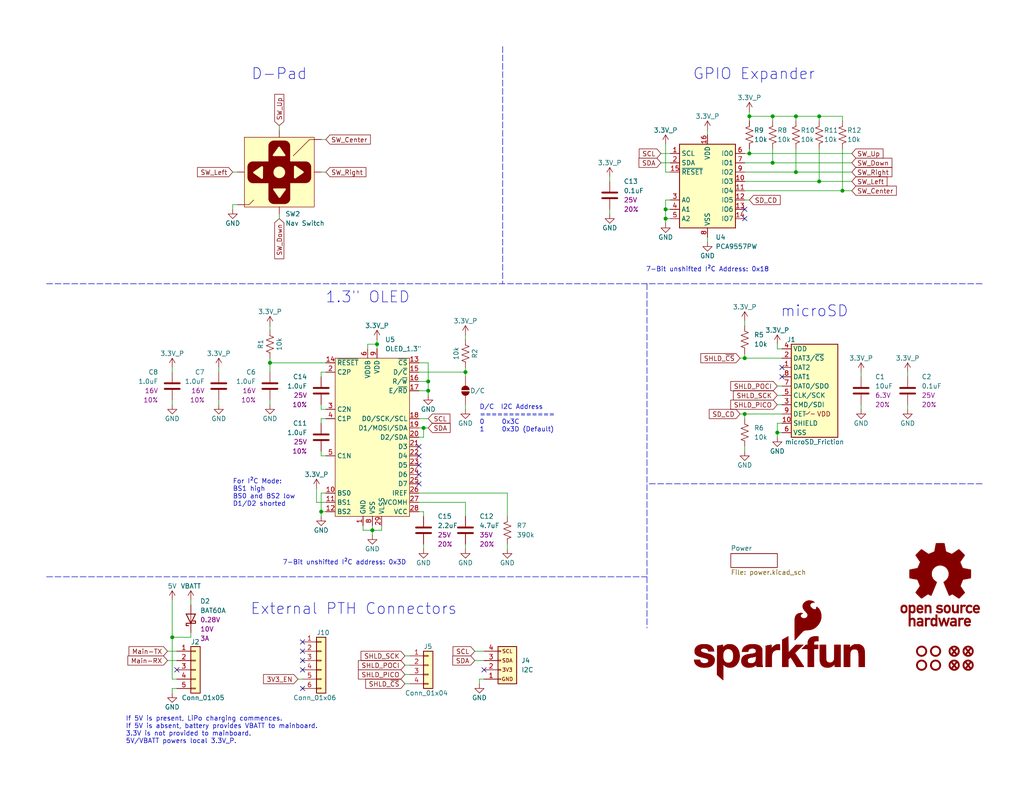
<source format=kicad_sch>
(kicad_sch (version 20231120) (generator "eeschema") (generator_version "8.0")
  (paper "USLetter")
  (title_block (title "RTK Postcard Portable Shield") (date "2024-09-19") (rev "v10") (comment 1 "Designed by: N. Seidle"))
  (junction (at 223.52 31.75))
  (junction (at 229.87 52.07))
  (junction (at 116.84 104.14))
  (junction (at 217.17 46.99))
  (junction (at 181.61 57.15))
  (junction (at 204.47 41.91))
  (junction (at 127 101.6))
  (junction (at 203.2 97.79))
  (junction (at 115.57 116.84))
  (junction (at 116.84 106.68))
  (junction (at 217.17 31.75))
  (junction (at 46.99 173.99))
  (junction (at 204.47 31.75))
  (junction (at 210.82 44.45))
  (junction (at 73.66 99.06))
  (junction (at 102.87 93.98))
  (junction (at 203.2 113.03))
  (junction (at 223.52 49.53))
  (junction (at 87.63 139.7))
  (junction (at 101.6 144.78))
  (junction (at 212.09 118.11))
  (junction (at 210.82 31.75))
  (junction (at 181.61 59.69))
  (no_connect (at 213.36 102.87))
  (no_connect (at 82.55 187.96))
  (no_connect (at 114.3 124.46))
  (no_connect (at 114.3 132.08))
  (no_connect (at 114.3 127))
  (no_connect (at 114.3 121.92))
  (no_connect (at 82.55 175.26))
  (no_connect (at 203.2 57.15))
  (no_connect (at 213.36 100.33))
  (no_connect (at 114.3 129.54))
  (no_connect (at 82.55 182.88))
  (no_connect (at 82.55 180.34))
  (no_connect (at 203.2 59.69))
  (no_connect (at 82.55 177.8))
  (no_connect (at 48.26 182.88))
  (no_connect (at 132.08 182.88))
  (wire (pts (xy 45.72 177.8) (xy 48.26 177.8)))
  (wire (pts (xy 138.43 148.59) (xy 138.43 149.86)) (stroke (width 0.1524)))
  (wire (pts (xy 212.09 95.25) (xy 212.09 93.98)))
  (wire (pts (xy 223.52 31.75) (xy 223.52 33.02)))
  (wire (pts (xy 203.2 87.63) (xy 203.2 88.9)) (stroke (width 0.1524)))
  (wire (pts (xy 127 100.33) (xy 127 101.6)) (stroke (width 0.1524)))
  (wire (pts (xy 101.6 144.78) (xy 101.6 146.05)))
  (wire (pts (xy 87.63 139.7) (xy 88.9 139.7)))
  (wire (pts (xy 223.52 49.53) (xy 203.2 49.53)))
  (wire (pts (xy 234.95 111.76) (xy 234.95 110.49)))
  (wire (pts (xy 247.65 102.87) (xy 247.65 101.6)))
  (wire (pts (xy 87.63 101.6) (xy 88.9 101.6)))
  (wire (pts (xy 217.17 46.99) (xy 203.2 46.99)))
  (wire (pts (xy 73.66 99.06) (xy 73.66 101.6)) (stroke (width 0.1524)))
  (wire (pts (xy 114.3 139.7) (xy 115.57 139.7)))
  (wire (pts (xy 182.88 46.99) (xy 181.61 46.99)))
  (wire (pts (xy 115.57 139.7) (xy 115.57 140.97)))
  (polyline (pts (xy 137.16 12.7) (xy 137.16 77.47)) (stroke (width 0) (type dash)))
  (wire (pts (xy 204.47 40.64) (xy 204.47 41.91)))
  (wire (pts (xy 180.34 41.91) (xy 182.88 41.91)))
  (wire (pts (xy 203.2 113.03) (xy 213.36 113.03)))
  (wire (pts (xy 232.41 49.53) (xy 223.52 49.53)))
  (wire (pts (xy 223.52 31.75) (xy 229.87 31.75)))
  (wire (pts (xy 210.82 31.75) (xy 210.82 33.02)))
  (wire (pts (xy 111.76 186.69) (xy 110.49 186.69)))
  (wire (pts (xy 88.9 134.62) (xy 87.63 134.62)))
  (wire (pts (xy 114.3 114.3) (xy 116.84 114.3)))
  (wire (pts (xy 104.14 143.51) (xy 104.14 144.78)))
  (wire (pts (xy 63.5 46.99) (xy 64.77 46.99)))
  (wire (pts (xy 212.09 118.11) (xy 212.09 119.38)))
  (wire (pts (xy 204.47 31.75) (xy 210.82 31.75)))
  (wire (pts (xy 232.41 52.07) (xy 229.87 52.07)))
  (wire (pts (xy 201.93 97.79) (xy 203.2 97.79)))
  (wire (pts (xy 76.2 59.69) (xy 76.2 58.42)))
  (wire (pts (xy 111.76 184.15) (xy 110.49 184.15)))
  (wire (pts (xy 212.09 105.41) (xy 213.36 105.41)))
  (wire (pts (xy 203.2 97.79) (xy 213.36 97.79)))
  (wire (pts (xy 52.07 173.99) (xy 46.99 173.99)))
  (wire (pts (xy 213.36 118.11) (xy 212.09 118.11)))
  (polyline (pts (xy 12.7 157.48) (xy 176.53 157.48)) (stroke (width 0) (type dash)))
  (wire (pts (xy 73.66 88.9) (xy 73.66 90.17)) (stroke (width 0.1524)))
  (wire (pts (xy 116.84 106.68) (xy 116.84 107.95)))
  (wire (pts (xy 212.09 110.49) (xy 213.36 110.49)))
  (wire (pts (xy 87.63 99.06) (xy 88.9 99.06)))
  (wire (pts (xy 181.61 59.69) (xy 182.88 59.69)))
  (wire (pts (xy 212.09 115.57) (xy 212.09 118.11)))
  (wire (pts (xy 201.93 113.03) (xy 203.2 113.03)))
  (wire (pts (xy 73.66 97.79) (xy 73.66 99.06)) (stroke (width 0.1524)))
  (wire (pts (xy 101.6 143.51) (xy 101.6 144.78)))
  (wire (pts (xy 111.76 181.61) (xy 110.49 181.61)))
  (wire (pts (xy 46.99 100.33) (xy 46.99 101.6)) (stroke (width 0.1524)))
  (wire (pts (xy 210.82 40.64) (xy 210.82 44.45)))
  (wire (pts (xy 48.26 187.96) (xy 46.99 187.96)))
  (wire (pts (xy 234.95 102.87) (xy 234.95 101.6)))
  (wire (pts (xy 212.09 107.95) (xy 213.36 107.95)))
  (polyline (pts (xy 12.7 77.47) (xy 176.53 77.47)) (stroke (width 0) (type dash)))
  (wire (pts (xy 88.9 46.99) (xy 87.63 46.99)))
  (wire (pts (xy 129.54 177.8) (xy 132.08 177.8)))
  (wire (pts (xy 132.08 185.42) (xy 130.81 185.42)))
  (wire (pts (xy 181.61 59.69) (xy 181.61 60.96)))
  (wire (pts (xy 73.66 99.06) (xy 87.63 99.06)) (stroke (width 0.1524)))
  (wire (pts (xy 102.87 95.25) (xy 102.87 93.98)))
  (wire (pts (xy 166.37 58.42) (xy 166.37 57.15)))
  (wire (pts (xy 116.84 104.14) (xy 116.84 106.68)))
  (wire (pts (xy 76.2 34.29) (xy 76.2 35.56)))
  (wire (pts (xy 213.36 115.57) (xy 212.09 115.57)))
  (wire (pts (xy 232.41 41.91) (xy 204.47 41.91)))
  (wire (pts (xy 114.3 99.06) (xy 116.84 99.06)))
  (wire (pts (xy 88.9 137.16) (xy 86.36 137.16)))
  (wire (pts (xy 87.63 111.76) (xy 88.9 111.76)))
  (wire (pts (xy 114.3 106.68) (xy 116.84 106.68)))
  (wire (pts (xy 115.57 149.86) (xy 115.57 148.59)) (stroke (width 0.1524)))
  (wire (pts (xy 127 137.16) (xy 127 140.97)))
  (wire (pts (xy 213.36 95.25) (xy 212.09 95.25)))
  (wire (pts (xy 127 91.44) (xy 127 92.71)) (stroke (width 0.1524)))
  (wire (pts (xy 129.54 180.34) (xy 132.08 180.34)))
  (wire (pts (xy 232.41 44.45) (xy 210.82 44.45)))
  (wire (pts (xy 48.26 185.42) (xy 46.99 185.42)))
  (wire (pts (xy 217.17 31.75) (xy 223.52 31.75)))
  (wire (pts (xy 114.3 101.6) (xy 125.73 101.6)))
  (wire (pts (xy 193.04 35.56) (xy 193.04 36.83)))
  (wire (pts (xy 63.5 55.88) (xy 63.5 57.15)))
  (wire (pts (xy 166.37 48.26) (xy 166.37 49.53)))
  (wire (pts (xy 203.2 113.03) (xy 203.2 114.3)))
  (wire (pts (xy 81.28 185.42) (xy 82.55 185.42)))
  (wire (pts (xy 116.84 99.06) (xy 116.84 104.14)))
  (wire (pts (xy 87.63 115.57) (xy 87.63 114.3)))
  (wire (pts (xy 229.87 33.02) (xy 229.87 31.75)))
  (wire (pts (xy 87.63 102.87) (xy 87.63 101.6)))
  (wire (pts (xy 181.61 54.61) (xy 181.61 57.15)))
  (wire (pts (xy 86.36 133.35) (xy 86.36 137.16)))
  (wire (pts (xy 229.87 40.64) (xy 229.87 52.07)))
  (wire (pts (xy 87.63 38.1) (xy 88.9 38.1)))
  (wire (pts (xy 217.17 40.64) (xy 217.17 46.99)))
  (wire (pts (xy 87.63 139.7) (xy 87.63 140.97)))
  (wire (pts (xy 204.47 41.91) (xy 203.2 41.91)))
  (wire (pts (xy 127 101.6) (xy 127 102.87)) (stroke (width 0.1524)))
  (wire (pts (xy 127 149.86) (xy 127 148.59)))
  (wire (pts (xy 138.43 134.62) (xy 138.43 140.97)))
  (wire (pts (xy 87.63 114.3) (xy 88.9 114.3)))
  (wire (pts (xy 181.61 46.99) (xy 181.61 39.37)))
  (wire (pts (xy 87.63 124.46) (xy 88.9 124.46)))
  (wire (pts (xy 52.07 163.83) (xy 52.07 165.1)))
  (wire (pts (xy 46.99 173.99) (xy 46.99 185.42)))
  (wire (pts (xy 100.33 93.98) (xy 102.87 93.98)))
  (wire (pts (xy 46.99 110.49) (xy 46.99 109.22)) (stroke (width 0.1524)))
  (wire (pts (xy 45.72 180.34) (xy 48.26 180.34)))
  (wire (pts (xy 100.33 93.98) (xy 100.33 95.25)))
  (wire (pts (xy 217.17 31.75) (xy 217.17 33.02)))
  (wire (pts (xy 102.87 92.71) (xy 102.87 93.98)))
  (wire (pts (xy 87.63 123.19) (xy 87.63 124.46)))
  (wire (pts (xy 46.99 163.83) (xy 46.99 173.99)))
  (wire (pts (xy 127 111.76) (xy 127 110.49)) (stroke (width 0.1524)))
  (wire (pts (xy 125.73 101.6) (xy 127 101.6)) (stroke (width 0.1524)))
  (wire (pts (xy 114.3 134.62) (xy 138.43 134.62)))
  (wire (pts (xy 203.2 96.52) (xy 203.2 97.79)))
  (wire (pts (xy 101.6 144.78) (xy 104.14 144.78)))
  (polyline (pts (xy 267.97 132.08) (xy 176.53 132.08)) (stroke (width 0) (type dash)))
  (wire (pts (xy 73.66 110.49) (xy 73.66 109.22)) (stroke (width 0.1524)))
  (wire (pts (xy 99.06 144.78) (xy 101.6 144.78)))
  (wire (pts (xy 204.47 54.61) (xy 203.2 54.61)))
  (wire (pts (xy 52.07 172.72) (xy 52.07 173.99)))
  (wire (pts (xy 87.63 110.49) (xy 87.63 111.76)))
  (wire (pts (xy 232.41 46.99) (xy 217.17 46.99)))
  (wire (pts (xy 229.87 52.07) (xy 203.2 52.07)))
  (polyline (pts (xy 267.97 77.47) (xy 176.53 77.47)) (stroke (width 0) (type dash)))
  (wire (pts (xy 115.57 116.84) (xy 116.84 116.84)))
  (wire (pts (xy 182.88 54.61) (xy 181.61 54.61)))
  (wire (pts (xy 181.61 57.15) (xy 181.61 59.69)))
  (wire (pts (xy 180.34 44.45) (xy 182.88 44.45)))
  (wire (pts (xy 114.3 104.14) (xy 116.84 104.14)))
  (polyline (pts (xy 176.53 77.47) (xy 176.53 171.45)) (stroke (width 0) (type dash)))
  (wire (pts (xy 46.99 187.96) (xy 46.99 189.23)))
  (wire (pts (xy 114.3 119.38) (xy 115.57 119.38)))
  (wire (pts (xy 111.76 179.07) (xy 110.49 179.07)))
  (wire (pts (xy 114.3 137.16) (xy 127 137.16)))
  (wire (pts (xy 99.06 143.51) (xy 99.06 144.78)))
  (wire (pts (xy 223.52 40.64) (xy 223.52 49.53)))
  (wire (pts (xy 87.63 134.62) (xy 87.63 139.7)))
  (wire (pts (xy 210.82 31.75) (xy 217.17 31.75)))
  (wire (pts (xy 193.04 66.04) (xy 193.04 64.77)))
  (wire (pts (xy 130.81 185.42) (xy 130.81 186.69)))
  (wire (pts (xy 204.47 31.75) (xy 204.47 33.02)))
  (wire (pts (xy 59.69 100.33) (xy 59.69 101.6)) (stroke (width 0.1524)))
  (wire (pts (xy 247.65 111.76) (xy 247.65 110.49)))
  (wire (pts (xy 59.69 110.49) (xy 59.69 109.22)) (stroke (width 0.1524)))
  (wire (pts (xy 204.47 30.48) (xy 204.47 31.75)))
  (wire (pts (xy 115.57 116.84) (xy 115.57 119.38)))
  (wire (pts (xy 181.61 57.15) (xy 182.88 57.15)))
  (wire (pts (xy 210.82 44.45) (xy 203.2 44.45)))
  (wire (pts (xy 114.3 116.84) (xy 115.57 116.84)))
  (wire (pts (xy 64.77 55.88) (xy 63.5 55.88)))
  (wire (pts (xy 203.2 121.92) (xy 203.2 123.19)))
  (text "1.3\" OLED" (at 100.33 81.28 0) (effects (font (size 3 3))))
  (text "If 5V is present, LiPo charging commences.\nIf 5V is absent, battery provides VBATT to mainboard.\n3.3V is not provided to mainboard.\n5V/VBATT powers local 3.3V_P.\n" (at 34.29 199.39 0) (effects (font (size 1.27 1.27)) (justify left)))
  (text "7-Bit unshifted I²C address: 0x3D" (at 93.98 153.67 0) (effects (font (size 1.27 1.27))))
  (text "For I²C Mode:\nBS1 high\nBS0 and BS2 low\nD1/D2 shorted" (at 63.5 134.62 0) (effects (font (size 1.27 1.27)) (justify left)))
  (text "D/C  I2C Address\n=============\n0     0x3C\n1     0x3D (Default)" (at 130.81 114.3 0) (effects (font (size 1.27 1.27)) (justify left)))
  (text "D-Pad" (at 76.2 20.32 0) (effects (font (size 3 3))))
  (text "GPIO Expander" (at 205.74 20.32 0) (effects (font (size 3 3))))
  (text "7-Bit unshifted I²C Address: 0x18" (at 193.04 73.66 0) (effects (font (size 1.27 1.27))))
  (text "microSD" (at 222.25 85.09 0) (effects (font (size 3 3))))
  (text "External PTH Connectors" (at 96.52 166.37 0) (effects (font (size 3 3))))
  (global_label "SCL" (shape input) (at 180.34 41.91 180) (property "Intersheetrefs" "${INTERSHEET_REFS}" (effects (hide yes))))
  (global_label "SDA" (shape input) (at 129.54 180.34 180) (property "Intersheetrefs" "${INTERSHEET_REFS}" (effects (hide yes))))
  (global_label "SW_Left" (shape input) (at 232.41 49.53 0) (property "Intersheetrefs" "${INTERSHEET_REFS}" (effects (hide yes))))
  (global_label "SDA" (shape input) (at 180.34 44.45 180) (property "Intersheetrefs" "${INTERSHEET_REFS}" (effects (hide yes))))
  (global_label "Main-RX" (shape input) (at 45.72 180.34 180) (property "Intersheetrefs" "${INTERSHEET_REFS}" (effects (hide yes))))
  (global_label "SCL" (shape input) (at 116.84 114.3 0) (property "Intersheetrefs" "${INTERSHEET_REFS}" (effects (hide yes))))
  (global_label "SHLD_POCI" (shape input) (at 110.49 181.61 180) (property "Intersheetrefs" "${INTERSHEET_REFS}" (effects (hide yes))))
  (global_label "SHLD_SCK" (shape input) (at 110.49 179.07 180) (property "Intersheetrefs" "${INTERSHEET_REFS}" (effects (hide yes))))
  (global_label "SHLD_PICO" (shape input) (at 212.09 110.49 180) (property "Intersheetrefs" "${INTERSHEET_REFS}" (effects (hide yes))))
  (global_label "SHLD_SCK" (shape input) (at 212.09 107.95 180) (property "Intersheetrefs" "${INTERSHEET_REFS}" (effects (hide yes))))
  (global_label "SW_Right" (shape input) (at 232.41 46.99 0) (property "Intersheetrefs" "${INTERSHEET_REFS}" (effects (hide yes))))
  (global_label "Main-TX" (shape input) (at 45.72 177.8 180) (property "Intersheetrefs" "${INTERSHEET_REFS}" (effects (hide yes))))
  (global_label "SW_Right" (shape input) (at 88.9 46.99 0) (property "Intersheetrefs" "${INTERSHEET_REFS}" (effects (hide yes))))
  (global_label "SHLD_~{CS}" (shape input) (at 110.49 186.69 180) (property "Intersheetrefs" "${INTERSHEET_REFS}" (effects (hide yes))))
  (global_label "3V3_EN" (shape input) (at 81.28 185.42 180) (property "Intersheetrefs" "${INTERSHEET_REFS}" (effects (hide yes))))
  (global_label "SDA" (shape input) (at 116.84 116.84 0) (property "Intersheetrefs" "${INTERSHEET_REFS}" (effects (hide yes))))
  (global_label "SW_Up" (shape input) (at 232.41 41.91 0) (property "Intersheetrefs" "${INTERSHEET_REFS}" (effects (hide yes))))
  (global_label "SW_Center" (shape input) (at 232.41 52.07 0) (property "Intersheetrefs" "${INTERSHEET_REFS}" (effects (hide yes))))
  (global_label "SHLD_PICO" (shape input) (at 110.49 184.15 180) (property "Intersheetrefs" "${INTERSHEET_REFS}" (effects (hide yes))))
  (global_label "SW_Down" (shape input) (at 76.2 59.69 270) (property "Intersheetrefs" "${INTERSHEET_REFS}" (effects (hide yes))))
  (global_label "SW_Center" (shape input) (at 88.9 38.1 0) (property "Intersheetrefs" "${INTERSHEET_REFS}" (effects (hide yes))))
  (global_label "SD_CD" (shape input) (at 201.93 113.03 180) (property "Intersheetrefs" "${INTERSHEET_REFS}" (effects (hide yes))))
  (global_label "SHLD_~{CS}" (shape input) (at 201.93 97.79 180) (property "Intersheetrefs" "${INTERSHEET_REFS}" (effects (hide yes))))
  (global_label "SW_Left" (shape input) (at 63.5 46.99 180) (property "Intersheetrefs" "${INTERSHEET_REFS}" (effects (hide yes))))
  (global_label "SCL" (shape input) (at 129.54 177.8 180) (property "Intersheetrefs" "${INTERSHEET_REFS}" (effects (hide yes))))
  (global_label "SW_Up" (shape input) (at 76.2 34.29 90) (property "Intersheetrefs" "${INTERSHEET_REFS}" (effects (hide yes))))
  (global_label "SW_Down" (shape input) (at 232.41 44.45 0) (property "Intersheetrefs" "${INTERSHEET_REFS}" (effects (hide yes))))
  (global_label "SD_CD" (shape input) (at 204.47 54.61 0) (property "Intersheetrefs" "${INTERSHEET_REFS}" (effects (hide yes))))
  (global_label "SHLD_POCI" (shape input) (at 212.09 105.41 180) (property "Intersheetrefs" "${INTERSHEET_REFS}" (effects (hide yes))))
  (symbol (lib_id "SparkFun-Hardware:Standoff") (at 251.46 181.61 0) (unit 1)
    (property "Reference" "ST4" (effects (hide yes)))
    (property "Value" "Standoff" (effects (hide yes)))
    (property "Footprint" "SparkFun-Hardware:Standoff" (effects (hide yes)))
    (property "Description" "Drill holes for mechanically mounting via screws, standoffs, etc." (effects (hide yes)))
  )
  (symbol (lib_id "SparkFun-PowerSymbol:3.3V_P") (at 193.04 35.56 0) (unit 1)
    (property "Reference" "#PWR02" (effects (hide yes)))
    (property "Value" "3.3V_P" (at 193.04 31.75 0))
    (property "Description" "Power symbol creates a global label with name \"3.3V_P\"" (effects (hide yes)))
  )
  (symbol (lib_id "SparkFun-PowerSymbol:3.3V_P") (at 204.47 30.48 0) (unit 1)
    (property "Reference" "#PWR01" (effects (hide yes)))
    (property "Value" "3.3V_P" (at 204.47 26.67 0))
    (property "Description" "Power symbol creates a global label with name \"3.3V_P\"" (effects (hide yes)))
  )
  (symbol (lib_id "SparkFun-Connector:Conn_01x05") (at 53.34 182.88 0) (unit 1)
    (property "Reference" "J2" (at 52.07 175.26 0) (effects (justify left)))
    (property "Value" "Conn_01x05" (at 49.53 190.5 0) (effects (justify left)))
    (property "Footprint" "SparkFun-Connector:1x05" (effects (hide yes)))
    (property "Description" "Generic connector, single row, 01x05, script generated (kicad-library-utils/schlib/autogen/connector/)" (effects (hide yes)))
  )
  (symbol (lib_id "SparkFun-PowerSymbol:3.3V_P") (at 181.61 39.37 0) (unit 1)
    (property "Reference" "#PWR04" (effects (hide yes)))
    (property "Value" "3.3V_P" (at 181.61 35.56 0))
    (property "Description" "Power symbol creates a global label with name \"3.3V_P\"" (effects (hide yes)))
  )
  (symbol (lib_id "SparkFun-PowerSymbol:3.3V_P") (at 247.65 101.6 0) (unit 1)
    (property "Reference" "#PWR019" (effects (hide yes)))
    (property "Value" "3.3V_P" (at 247.65 97.79 0))
    (property "Description" "Power symbol creates a global label with name \"3.3V_P\"" (effects (hide yes)))
  )
  (symbol (lib_id "SparkFun-Connector:I2C_01x04") (at 137.16 180.34 0) (unit 1)
    (property "Reference" "J4" (at 142.24 180.3399 0) (effects (justify left)))
    (property "Value" "I2C" (at 142.24 182.8799 0) (effects (justify left)))
    (property "Footprint" "SparkFun-Connector:1x04" (effects (hide yes)))
    (property "Description" "Coomon 4 pin PTH connector for I2C" (effects (hide yes)))
  )
  (symbol (lib_id "SparkFun-Resistor:10k_0603") (at 203.2 92.71 90) (unit 1)
    (property "Reference" "R5" (at 205.74 91.4399 90) (effects (justify right)))
    (property "Value" "10k" (at 205.74 93.9799 90) (effects (justify right)))
    (property "Footprint" "SparkFun-Resistor:R_0603_1608Metric" (effects (hide yes)))
    (property "Datasheet" "https://www.vishay.com/docs/20035/dcrcwe3.pdf" (effects (hide yes)))
    (property "Description" "Resistor" (effects (hide yes)))
    (property "PROD_ID" "RES-00824" (effects (hide yes)))
  )
  (symbol (lib_id "SparkFun-PowerSymbol:GND") (at 59.69 110.49 0) (mirror y) (unit 1)
    (property "Reference" "#PWR035" (effects (hide yes)))
    (property "Value" "GND" (at 59.69 114.3 0))
    (property "Description" "Power symbol creates a global label with name \"GND\" , ground" (effects (hide yes)))
  )
  (symbol (lib_id "SparkFun-Capacitor:1.0uF_0805_25V_10%") (at 87.63 106.68 0) (mirror y) (unit 1)
    (property "Reference" "C14" (at 83.82 102.8699 0) (effects (justify left)))
    (property "Value" "1.0uF" (at 83.82 105.4099 0) (effects (justify left)))
    (property "Footprint" "SparkFun-Capacitor:C_0805_2012Metric" (effects (hide yes)))
    (property "Datasheet" "https://cdn.sparkfun.com/assets/8/a/4/a/5/Kemet_Capacitor_Datasheet.pdf" (effects (hide yes)))
    (property "Description" "Unpolarized capacitor" (effects (hide yes)))
    (property "PROD_ID" "CAP-08064" (effects (hide yes)))
    (property "Voltage" "25V" (at 83.82 107.9499 0) (effects (justify left)))
    (property "Tolerance" "10%" (at 83.82 110.4899 0) (effects (justify left)))
  )
  (symbol (lib_id "SparkFun-PowerSymbol:GND") (at 116.84 107.95 0) (mirror y) (unit 1)
    (property "Reference" "#PWR038" (effects (hide yes)))
    (property "Value" "GND" (at 116.84 111.76 0))
    (property "Description" "Power symbol creates a global label with name \"GND\" , ground" (effects (hide yes)))
  )
  (symbol (lib_id "SparkFun-Connector:Conn_01x04") (at 116.84 181.61 0) (unit 1)
    (property "Reference" "J5" (at 115.57 176.53 0) (effects (justify left)))
    (property "Value" "Conn_01x04" (at 110.49 189.23 0) (effects (justify left)))
    (property "Footprint" "SparkFun-Connector:1x04" (effects (hide yes)))
    (property "Description" "Generic connector, single row, 01x04, script generated (kicad-library-utils/schlib/autogen/connector/)" (effects (hide yes)))
  )
  (symbol (lib_id "SparkFun-Aesthetic:SparkFun_Logo") (at 212.09 179.07 0) (unit 1) (on_board no)
    (property "Reference" "G5" (effects (hide yes)))
    (property "Value" "SparkFun_Logo" (effects (hide yes)))
    (property "Footprint" "SparkFun-Aesthetic:SparkFun_Logo_8mm" (effects (hide yes)))
  )
  (symbol (lib_id "SparkFun-PowerSymbol:GND") (at 127 111.76 0) (mirror y) (unit 1)
    (property "Reference" "#PWR033" (effects (hide yes)))
    (property "Value" "GND" (at 127 115.57 0))
    (property "Description" "Power symbol creates a global label with name \"GND\" , ground" (effects (hide yes)))
  )
  (symbol (lib_id "SparkFun-Resistor:390k_0603") (at 138.43 144.78 270) (mirror x) (unit 1)
    (property "Reference" "R7" (at 140.97 143.5099 90) (effects (justify left)))
    (property "Value" "390k" (at 140.97 146.0499 90) (effects (justify left)))
    (property "Footprint" "SparkFun-Resistor:R_0603_1608Metric" (effects (hide yes)))
    (property "Datasheet" "https://www.vishay.com/docs/20035/dcrcwe3.pdf" (effects (hide yes)))
    (property "Description" "Resistor" (effects (hide yes)))
    (property "PROD_ID" "RES-12024" (effects (hide yes)))
  )
  (symbol (lib_id "SparkFun-Capacitor:1.0uF_0603_16V_10%") (at 59.69 105.41 0) (mirror y) (unit 1)
    (property "Reference" "C7" (at 55.88 101.5999 0) (effects (justify left)))
    (property "Value" "1.0uF" (at 55.88 104.1399 0) (effects (justify left)))
    (property "Footprint" "SparkFun-Capacitor:C_0603_1608Metric" (effects (hide yes)))
    (property "Datasheet" "https://cdn.sparkfun.com/assets/8/a/4/a/5/Kemet_Capacitor_Datasheet.pdf" (effects (hide yes)))
    (property "Description" "Unpolarized capacitor" (effects (hide yes)))
    (property "PROD_ID" "CAP-13930" (effects (hide yes)))
    (property "Voltage" "16V" (at 55.88 106.6799 0) (effects (justify left)))
    (property "Tolerance" "10%" (at 55.88 109.2199 0) (effects (justify left)))
  )
  (symbol (lib_id "SparkFun-Resistor:10k_0603") (at 203.2 118.11 90) (unit 1)
    (property "Reference" "R6" (at 205.74 116.8399 90) (effects (justify right)))
    (property "Value" "10k" (at 205.74 119.3799 90) (effects (justify right)))
    (property "Footprint" "SparkFun-Resistor:R_0603_1608Metric" (effects (hide yes)))
    (property "Datasheet" "https://www.vishay.com/docs/20035/dcrcwe3.pdf" (effects (hide yes)))
    (property "Description" "Resistor" (effects (hide yes)))
    (property "PROD_ID" "RES-00824" (effects (hide yes)))
  )
  (symbol (lib_id "SparkFun-Aesthetic:Fiducial_0.5mm") (at 264.16 177.8 0) (unit 1)
    (property "Reference" "FID1" (effects (hide yes)))
    (property "Value" "Fiducial_0.5mm" (effects (hide yes)))
    (property "Footprint" "SparkFun-Aesthetic:Fiducial_0.5mm_Mask1mm" (effects (hide yes)))
    (property "Description" "Fiducial Marker" (effects (hide yes)))
  )
  (symbol (lib_id "SparkFun-PowerSymbol:GND") (at 130.81 186.69 0) (unit 1)
    (property "Reference" "#PWR08" (effects (hide yes)))
    (property "Value" "GND" (at 130.81 190.5 0))
    (property "Description" "Power symbol creates a global label with name \"GND\" , ground" (effects (hide yes)))
  )
  (symbol (lib_id "SparkFun-PowerSymbol:3.3V_P") (at 46.99 100.33 0) (unit 1)
    (property "Reference" "#PWR066" (effects (hide yes)))
    (property "Value" "3.3V_P" (at 46.99 96.52 0))
    (property "Description" "Power symbol creates a global label with name \"3.3V_P\"" (effects (hide yes)))
  )
  (symbol (lib_id "SparkFun-Jumper:SolderJumper_2_Open") (at 127 106.68 270) (mirror x) (unit 1)
    (property "Reference" "JP2" (effects (hide yes)))
    (property "Value" "D/C" (at 128.27 106.68 90) (effects (justify left)))
    (property "Footprint" "SparkFun-Jumper:Jumper_2_NO" (effects (hide yes)))
    (property "Description" "Solder Jumper, 2-pole, open" (effects (hide yes)))
  )
  (symbol (lib_id "SparkFun-Aesthetic:Fiducial_0.5mm") (at 264.16 181.61 0) (unit 1)
    (property "Reference" "FID4" (effects (hide yes)))
    (property "Value" "Fiducial_0.5mm" (effects (hide yes)))
    (property "Footprint" "SparkFun-Aesthetic:Fiducial_0.5mm_Mask1mm" (effects (hide yes)))
    (property "Description" "Fiducial Marker" (effects (hide yes)))
  )
  (symbol (lib_id "SparkFun-Capacitor:0.1uF_0603_25V_20%") (at 247.65 106.68 0) (unit 1)
    (property "Reference" "C2" (at 251.46 102.8699 0) (effects (justify left)))
    (property "Value" "0.1uF" (at 251.46 105.4099 0) (effects (justify left)))
    (property "Footprint" "SparkFun-Capacitor:C_0603_1608Metric" (effects (hide yes)))
    (property "Datasheet" "https://cdn.sparkfun.com/assets/8/a/4/a/5/Kemet_Capacitor_Datasheet.pdf" (effects (hide yes)))
    (property "Description" "Unpolarized capacitor" (effects (hide yes)))
    (property "PROD_ID" "CAP-00810" (effects (hide yes)))
    (property "Voltage" "25V" (at 251.46 107.9499 0) (effects (justify left)))
    (property "Tolerance" "20%" (at 251.46 110.4899 0) (effects (justify left)))
  )
  (symbol (lib_id "SparkFun-Connector:microSD_Friction") (at 222.25 107.95 0) (unit 1)
    (property "Reference" "J1" (at 215.9 92.71 0))
    (property "Value" "microSD_Friction" (at 222.25 120.65 0))
    (property "Footprint" "SparkFun-Connector:microSD_Friction_Fit_Common" (effects (hide yes)))
    (property "Datasheet" "https://tools.molex.com/pdm_docs/sd/1050270001_sd.pdf" (effects (hide yes)))
    (property "Description" "Micro SD socket External Pin" (effects (hide yes)))
    (property "PROD_ID" "CONN-20948" (effects (hide yes)))
  )
  (symbol (lib_id "SparkFun-PowerSymbol:GND") (at 138.43 149.86 0) (mirror y) (unit 1)
    (property "Reference" "#PWR054" (effects (hide yes)))
    (property "Value" "GND" (at 138.43 153.67 0))
    (property "Description" "Power symbol creates a global label with name \"GND\" , ground" (effects (hide yes)))
  )
  (symbol (lib_id "SparkFun-Switch:Navigation_5Way_SMD_9.9x9.9mm") (at 76.2 46.99 0) (unit 1)
    (property "Reference" "SW2" (at 77.8511 58.42 0) (effects (justify left)))
    (property "Value" "Nav Switch" (at 77.8511 60.96 0) (effects (justify left)))
    (property "Footprint" "SparkFun-Switch:Navigation_SMD_9.9x9.9mm" (effects (hide yes)))
    (property "Datasheet" "https://cdn.sparkfun.com/datasheets/Components/Switches/N301102.pdf" (effects (hide yes)))
    (property "Description" "Directional Pad" (effects (hide yes)))
    (property "PROD_ID" "SWCH-12265" (effects (hide yes)))
  )
  (symbol (lib_id "SparkFun-PowerSymbol:GND") (at 212.09 119.38 0) (unit 1)
    (property "Reference" "#PWR03" (effects (hide yes)))
    (property "Value" "GND" (at 212.09 123.19 0))
    (property "Description" "Power symbol creates a global label with name \"GND\" , ground" (effects (hide yes)))
  )
  (symbol (lib_id "power:GND") (at 166.37 58.42 0) (unit 1)
    (property "Reference" "#PWR029" (effects (hide yes)))
    (property "Value" "GND" (at 166.37 62.23 0))
    (property "Description" "Power symbol creates a global label with name \"GND\" , ground" (effects (hide yes)))
  )
  (symbol (lib_id "SparkFun-PowerSymbol:3.3V_P") (at 127 91.44 0) (unit 1)
    (property "Reference" "#PWR046" (effects (hide yes)))
    (property "Value" "3.3V_P" (at 127 87.63 0))
    (property "Description" "Power symbol creates a global label with name \"3.3V_P\"" (effects (hide yes)))
  )
  (symbol (lib_id "SparkFun-Hardware:Standoff") (at 255.27 181.61 0) (unit 1)
    (property "Reference" "ST2" (effects (hide yes)))
    (property "Value" "Standoff" (effects (hide yes)))
    (property "Footprint" "SparkFun-Hardware:Standoff" (effects (hide yes)))
    (property "Description" "Drill holes for mechanically mounting via screws, standoffs, etc." (effects (hide yes)))
  )
  (symbol (lib_id "SparkFun-PowerSymbol:GND") (at 127 149.86 0) (mirror y) (unit 1)
    (property "Reference" "#PWR055" (effects (hide yes)))
    (property "Value" "GND" (at 127 153.67 0))
    (property "Description" "Power symbol creates a global label with name \"GND\" , ground" (effects (hide yes)))
  )
  (symbol (lib_id "SparkFun-PowerSymbol:GND") (at 115.57 149.86 0) (mirror y) (unit 1)
    (property "Reference" "#PWR056" (effects (hide yes)))
    (property "Value" "GND" (at 115.57 153.67 0))
    (property "Description" "Power symbol creates a global label with name \"GND\" , ground" (effects (hide yes)))
  )
  (symbol (lib_id "SparkFun-PowerSymbol:3.3V_P") (at 73.66 88.9 0) (unit 1)
    (property "Reference" "#PWR048" (effects (hide yes)))
    (property "Value" "3.3V_P" (at 73.66 85.09 0))
    (property "Description" "Power symbol creates a global label with name \"3.3V_P\"" (effects (hide yes)))
  )
  (symbol (lib_id "SparkFun-Aesthetic:OSHW_Logo") (at 256.54 163.83 0) (unit 1) (in_bom no)
    (property "Reference" "G1" (effects (hide yes)))
    (property "Value" "OSHW_Logo" (effects (hide yes)))
    (property "Footprint" "SparkFun-Aesthetic:Creative_Commons_License" (effects (hide yes)))
  )
  (symbol (lib_id "SparkFun-Hardware:Standoff") (at 251.46 177.8 0) (unit 1)
    (property "Reference" "ST3" (effects (hide yes)))
    (property "Value" "Standoff" (effects (hide yes)))
    (property "Footprint" "SparkFun-Hardware:Standoff" (effects (hide yes)))
    (property "Description" "Drill holes for mechanically mounting via screws, standoffs, etc." (effects (hide yes)))
  )
  (symbol (lib_id "SparkFun-PowerSymbol:3.3V_P") (at 59.69 100.33 0) (unit 1)
    (property "Reference" "#PWR065" (effects (hide yes)))
    (property "Value" "3.3V_P" (at 59.69 96.52 0))
    (property "Description" "Power symbol creates a global label with name \"3.3V_P\"" (effects (hide yes)))
  )
  (symbol (lib_id "SparkFun-PowerSymbol:5V") (at 46.99 163.83 0) (unit 1)
    (property "Reference" "#PWR064" (effects (hide yes)))
    (property "Value" "5V" (at 46.99 160.02 0))
    (property "Description" "Power symbol creates a global label with name \"5V\"" (effects (hide yes)))
  )
  (symbol (lib_id "SparkFun-Capacitor:1.0uF_0805_25V_10%") (at 87.63 119.38 0) (mirror y) (unit 1)
    (property "Reference" "C11" (at 83.82 115.5699 0) (effects (justify left)))
    (property "Value" "1.0uF" (at 83.82 118.1099 0) (effects (justify left)))
    (property "Footprint" "SparkFun-Capacitor:C_0805_2012Metric" (effects (hide yes)))
    (property "Datasheet" "https://cdn.sparkfun.com/assets/8/a/4/a/5/Kemet_Capacitor_Datasheet.pdf" (effects (hide yes)))
    (property "Description" "Unpolarized capacitor" (effects (hide yes)))
    (property "PROD_ID" "CAP-08064" (effects (hide yes)))
    (property "Voltage" "25V" (at 83.82 120.6499 0) (effects (justify left)))
    (property "Tolerance" "10%" (at 83.82 123.1899 0) (effects (justify left)))
  )
  (symbol (lib_id "SparkFun-Capacitor:0.1uF_0603_25V_20%") (at 166.37 53.34 0) (unit 1)
    (property "Reference" "C13" (at 170.18 49.5299 0) (effects (justify left)))
    (property "Value" "0.1uF" (at 170.18 52.0699 0) (effects (justify left)))
    (property "Footprint" "SparkFun-Capacitor:C_0603_1608Metric" (effects (hide yes)))
    (property "Datasheet" "https://cdn.sparkfun.com/assets/8/a/4/a/5/Kemet_Capacitor_Datasheet.pdf" (effects (hide yes)))
    (property "Description" "Unpolarized capacitor" (effects (hide yes)))
    (property "PROD_ID" "CAP-00810" (effects (hide yes)))
    (property "Voltage" "25V" (at 170.18 54.6099 0) (effects (justify left)))
    (property "Tolerance" "20%" (at 170.18 57.1499 0) (effects (justify left)))
  )
  (symbol (lib_id "SparkFun-PowerSymbol:VBATT") (at 52.07 163.83 0) (unit 1)
    (property "Reference" "#PWR09" (effects (hide yes)))
    (property "Value" "VBATT" (at 52.07 160.02 0))
    (property "Description" "Power symbol creates a global label with name \"VBATT\"" (effects (hide yes)))
  )
  (symbol (lib_id "SparkFun-Resistor:10k_0603") (at 210.82 36.83 90) (mirror x) (unit 1)
    (property "Reference" "R8" (at 212.09 35.56 90) (effects (justify right)))
    (property "Value" "10k" (at 212.09 38.1 90) (effects (justify right)))
    (property "Footprint" "SparkFun-Resistor:R_0603_1608Metric" (effects (hide yes)))
    (property "Datasheet" "https://www.vishay.com/docs/20035/dcrcwe3.pdf" (effects (hide yes)))
    (property "Description" "Resistor" (effects (hide yes)))
    (property "PROD_ID" "RES-00824" (effects (hide yes)))
  )
  (symbol (lib_id "SparkFun-Hardware:Standoff") (at 255.27 177.8 0) (unit 1)
    (property "Reference" "ST1" (effects (hide yes)))
    (property "Value" "Standoff" (effects (hide yes)))
    (property "Footprint" "SparkFun-Hardware:Standoff" (effects (hide yes)))
    (property "Description" "Drill holes for mechanically mounting via screws, standoffs, etc." (effects (hide yes)))
  )
  (symbol (lib_id "SparkFun-PowerSymbol:GND") (at 193.04 66.04 0) (unit 1)
    (property "Reference" "#PWR045" (effects (hide yes)))
    (property "Value" "GND" (at 193.04 69.85 0))
    (property "Description" "Power symbol creates a global label with name \"GND\" , ground" (effects (hide yes)))
  )
  (symbol (lib_id "SparkFun-Capacitor:10uF_0603_6.3V_20%") (at 234.95 106.68 0) (unit 1)
    (property "Reference" "C1" (at 238.76 102.8699 0) (effects (justify left)))
    (property "Value" "10uF" (at 238.76 105.4099 0) (effects (justify left)))
    (property "Footprint" "SparkFun-Capacitor:C_0603_1608Metric" (effects (hide yes)))
    (property "Datasheet" "https://cdn.sparkfun.com/assets/8/a/4/a/5/Kemet_Capacitor_Datasheet.pdf" (effects (hide yes)))
    (property "Description" "Unpolarized capacitor" (effects (hide yes)))
    (property "PROD_ID" "CAP-11015" (effects (hide yes)))
    (property "Voltage" "6.3V" (at 238.76 107.9499 0) (effects (justify left)))
    (property "Tolerance" "20%" (at 238.76 110.4899 0) (effects (justify left)))
  )
  (symbol (lib_id "SparkFun-PowerSymbol:GND") (at 46.99 189.23 0) (unit 1)
    (property "Reference" "#PWR032" (effects (hide yes)))
    (property "Value" "GND" (at 46.99 193.04 0))
    (property "Description" "Power symbol creates a global label with name \"GND\" , ground" (effects (hide yes)))
  )
  (symbol (lib_id "SparkFun-Resistor:10k_0603") (at 127 96.52 90) (unit 1)
    (property "Reference" "R2" (at 129.54 96.52 0))
    (property "Value" "10k" (at 124.46 96.52 0))
    (property "Footprint" "SparkFun-Resistor:R_0603_1608Metric" (effects (hide yes)))
    (property "Datasheet" "https://www.vishay.com/docs/20035/dcrcwe3.pdf" (effects (hide yes)))
    (property "Description" "Resistor" (effects (hide yes)))
    (property "PROD_ID" "RES-00824" (effects (hide yes)))
  )
  (symbol (lib_id "SparkFun-Capacitor:1.0uF_0603_16V_10%") (at 73.66 105.41 0) (unit 1)
    (property "Reference" "C6" (at 69.85 101.5999 0) (effects (justify right)))
    (property "Value" "1.0uF" (at 69.85 104.1399 0) (effects (justify right)))
    (property "Footprint" "SparkFun-Capacitor:C_0603_1608Metric" (effects (hide yes)))
    (property "Datasheet" "https://cdn.sparkfun.com/assets/8/a/4/a/5/Kemet_Capacitor_Datasheet.pdf" (effects (hide yes)))
    (property "Description" "Unpolarized capacitor" (effects (hide yes)))
    (property "PROD_ID" "CAP-13930" (effects (hide yes)))
    (property "Voltage" "16V" (at 69.85 106.6799 0) (effects (justify right)))
    (property "Tolerance" "10%" (at 69.85 109.2199 0) (effects (justify right)))
  )
  (symbol (lib_id "SparkFun-PowerSymbol:3.3V_P") (at 212.09 93.98 0) (unit 1)
    (property "Reference" "#PWR022" (effects (hide yes)))
    (property "Value" "3.3V_P" (at 212.09 90.17 0))
    (property "Description" "Power symbol creates a global label with name \"3.3V_P\"" (effects (hide yes)))
  )
  (symbol (lib_id "SparkFun-PowerSymbol:3.3V_P") (at 203.2 87.63 0) (unit 1)
    (property "Reference" "#PWR060" (effects (hide yes)))
    (property "Value" "3.3V_P" (at 203.2 83.82 0))
    (property "Description" "Power symbol creates a global label with name \"3.3V_P\"" (effects (hide yes)))
  )
  (symbol (lib_id "SparkFun-PowerSymbol:GND") (at 46.99 110.49 0) (mirror y) (unit 1)
    (property "Reference" "#PWR037" (effects (hide yes)))
    (property "Value" "GND" (at 46.99 114.3 0))
    (property "Description" "Power symbol creates a global label with name \"GND\" , ground" (effects (hide yes)))
  )
  (symbol (lib_id "SparkFun-Resistor:10k_0603") (at 204.47 36.83 90) (mirror x) (unit 1)
    (property "Reference" "R9" (at 205.74 35.56 90) (effects (justify right)))
    (property "Value" "10k" (at 205.74 38.1 90) (effects (justify right)))
    (property "Footprint" "SparkFun-Resistor:R_0603_1608Metric" (effects (hide yes)))
    (property "Datasheet" "https://www.vishay.com/docs/20035/dcrcwe3.pdf" (effects (hide yes)))
    (property "Description" "Resistor" (effects (hide yes)))
    (property "PROD_ID" "RES-00824" (effects (hide yes)))
  )
  (symbol (lib_id "SparkFun-Connector:Conn_01x06") (at 87.63 180.34 0) (unit 1)
    (property "Reference" "J10" (at 86.36 172.72 0) (effects (justify left)))
    (property "Value" "Conn_01x06" (at 80.01 190.5 0) (effects (justify left)))
    (property "Footprint" "SparkFun-Connector:1x06" (effects (hide yes)))
    (property "Description" "Generic connector, single row, 01x06, script generated (kicad-library-utils/schlib/autogen/connector/)" (effects (hide yes)))
  )
  (symbol (lib_id "SparkFun-Resistor:10k_0603") (at 217.17 36.83 90) (mirror x) (unit 1)
    (property "Reference" "R10" (at 218.44 35.56 90) (effects (justify right)))
    (property "Value" "10k" (at 218.44 38.1 90) (effects (justify right)))
    (property "Footprint" "SparkFun-Resistor:R_0603_1608Metric" (effects (hide yes)))
    (property "Datasheet" "https://www.vishay.com/docs/20035/dcrcwe3.pdf" (effects (hide yes)))
    (property "Description" "Resistor" (effects (hide yes)))
    (property "PROD_ID" "RES-00824" (effects (hide yes)))
  )
  (symbol (lib_id "SparkFun-Resistor:10k_0603") (at 229.87 36.83 90) (mirror x) (unit 1)
    (property "Reference" "R12" (at 231.14 35.56 90) (effects (justify right)))
    (property "Value" "10k" (at 231.14 38.1 90) (effects (justify right)))
    (property "Footprint" "SparkFun-Resistor:R_0603_1608Metric" (effects (hide yes)))
    (property "Datasheet" "https://www.vishay.com/docs/20035/dcrcwe3.pdf" (effects (hide yes)))
    (property "Description" "Resistor" (effects (hide yes)))
    (property "PROD_ID" "RES-00824" (effects (hide yes)))
  )
  (symbol (lib_id "SparkFun-PowerSymbol:3.3V_P") (at 166.37 48.26 0) (unit 1)
    (property "Reference" "#PWR039" (effects (hide yes)))
    (property "Value" "3.3V_P" (at 166.37 44.45 0))
    (property "Description" "Power symbol creates a global label with name \"3.3V_P\"" (effects (hide yes)))
  )
  (symbol (lib_id "SparkFun-Aesthetic:SparkFun_Logo") (at 212.09 179.07 0) (unit 1) (on_board no)
    (property "Reference" "G3" (effects (hide yes)))
    (property "Value" "SparkFun_Logo" (effects (hide yes)))
  )
  (symbol (lib_id "SparkFun-Aesthetic:Fiducial_0.5mm") (at 260.35 177.8 0) (unit 1)
    (property "Reference" "FID2" (effects (hide yes)))
    (property "Value" "Fiducial_0.5mm" (effects (hide yes)))
    (property "Footprint" "SparkFun-Aesthetic:Fiducial_0.5mm_Mask1mm" (effects (hide yes)))
    (property "Description" "Fiducial Marker" (effects (hide yes)))
  )
  (symbol (lib_id "SparkFun-PowerSymbol:GND") (at 87.63 140.97 0) (unit 1)
    (property "Reference" "#PWR051" (effects (hide yes)))
    (property "Value" "GND" (at 87.63 144.78 0))
    (property "Description" "Power symbol creates a global label with name \"GND\" , ground" (effects (hide yes)))
  )
  (symbol (lib_id "SparkFun-PowerSymbol:GND") (at 234.95 111.76 0) (unit 1)
    (property "Reference" "#PWR05" (effects (hide yes)))
    (property "Value" "GND" (at 234.95 115.57 0))
    (property "Description" "Power symbol creates a global label with name \"GND\" , ground" (effects (hide yes)))
  )
  (symbol (lib_id "SparkFun-IC-Special-Function:PCA9557PW") (at 193.04 49.53 0) (unit 1)
    (property "Reference" "U4" (at 195.2341 64.77 0) (effects (justify left)))
    (property "Value" "PCA9557PW" (at 195.2341 67.31 0) (effects (justify left)))
    (property "Footprint" "SparkFun-Semiconductor-Standard:TSSOP-16_4.4x5mm_P0.65mm" (effects (hide yes)))
    (property "Datasheet" "https://www.nxp.com/docs/en/data-sheet/PCA9557.pdf" (effects (hide yes)))
    (property "Description" "8-bit I2C-bus and SMBus I/O port with reset, TSSOP-16" (effects (hide yes)))
    (property "PROD_ID" "IC-23355" (effects (hide yes)))
  )
  (symbol (lib_id "SparkFun-PowerSymbol:GND") (at 63.5 57.15 0) (unit 1)
    (property "Reference" "#PWR030" (effects (hide yes)))
    (property "Value" "GND" (at 63.5 60.96 0))
    (property "Description" "Power symbol creates a global label with name \"GND\" , ground" (effects (hide yes)))
  )
  (symbol (lib_id "SparkFun-PowerSymbol:3.3V_P") (at 102.87 92.71 0) (unit 1)
    (property "Reference" "#PWR047" (effects (hide yes)))
    (property "Value" "3.3V_P" (at 102.87 88.9 0))
    (property "Description" "Power symbol creates a global label with name \"3.3V_P\"" (effects (hide yes)))
  )
  (symbol (lib_id "SparkFun-PowerSymbol:GND") (at 247.65 111.76 0) (unit 1)
    (property "Reference" "#PWR07" (effects (hide yes)))
    (property "Value" "GND" (at 247.65 115.57 0))
    (property "Description" "Power symbol creates a global label with name \"GND\" , ground" (effects (hide yes)))
  )
  (symbol (lib_id "SparkFun-PowerSymbol:GND") (at 73.66 110.49 0) (unit 1)
    (property "Reference" "#PWR012" (effects (hide yes)))
    (property "Value" "GND" (at 73.66 114.3 0))
    (property "Description" "Power symbol creates a global label with name \"GND\" , ground" (effects (hide yes)))
  )
  (symbol (lib_id "SparkFun-Capacitor:1.0uF_0603_16V_10%") (at 46.99 105.41 0) (mirror y) (unit 1)
    (property "Reference" "C8" (at 43.18 101.5999 0) (effects (justify left)))
    (property "Value" "1.0uF" (at 43.18 104.1399 0) (effects (justify left)))
    (property "Footprint" "SparkFun-Capacitor:C_0603_1608Metric" (effects (hide yes)))
    (property "Datasheet" "https://cdn.sparkfun.com/assets/8/a/4/a/5/Kemet_Capacitor_Datasheet.pdf" (effects (hide yes)))
    (property "Description" "Unpolarized capacitor" (effects (hide yes)))
    (property "PROD_ID" "CAP-13930" (effects (hide yes)))
    (property "Voltage" "16V" (at 43.18 106.6799 0) (effects (justify left)))
    (property "Tolerance" "10%" (at 43.18 109.2199 0) (effects (justify left)))
  )
  (symbol (lib_id "SparkFun-Capacitor:2.2uF_0805_25V_20%") (at 115.57 144.78 0) (mirror y) (unit 1)
    (property "Reference" "C15" (at 119.38 140.9699 0) (effects (justify right)))
    (property "Value" "2.2uF" (at 119.38 143.5099 0) (effects (justify right)))
    (property "Footprint" "SparkFun-Capacitor:C_0805_2012Metric" (effects (hide yes)))
    (property "Datasheet" "https://cdn.sparkfun.com/assets/8/a/4/a/5/Kemet_Capacitor_Datasheet.pdf" (effects (hide yes)))
    (property "Description" "Unpolarized capacitor" (effects (hide yes)))
    (property "PROD_ID" "CAP-11624" (effects (hide yes)))
    (property "Voltage" "25V" (at 119.38 146.0499 0) (effects (justify right)))
    (property "Tolerance" "20%" (at 119.38 148.5899 0) (effects (justify right)))
  )
  (symbol (lib_id "SparkFun-Capacitor:4.7uF_0603_35V_20%") (at 127 144.78 0) (unit 1)
    (property "Reference" "C12" (at 130.81 140.9699 0) (effects (justify left)))
    (property "Value" "4.7uF" (at 130.81 143.5099 0) (effects (justify left)))
    (property "Footprint" "SparkFun-Capacitor:C_0603_1608Metric" (effects (hide yes)))
    (property "Datasheet" "https://cdn.sparkfun.com/assets/8/a/4/a/5/Kemet_Capacitor_Datasheet.pdf" (effects (hide yes)))
    (property "Description" "Unpolarized capacitor" (effects (hide yes)))
    (property "PROD_ID" "CAP-14106" (effects (hide yes)))
    (property "Voltage" "35V" (at 130.81 146.0499 0) (effects (justify left)))
    (property "Tolerance" "20%" (at 130.81 148.5899 0) (effects (justify left)))
  )
  (symbol (lib_id "SparkFun-Resistor:10k_0603") (at 223.52 36.83 90) (mirror x) (unit 1)
    (property "Reference" "R11" (at 224.79 35.56 90) (effects (justify right)))
    (property "Value" "10k" (at 224.79 38.1 90) (effects (justify right)))
    (property "Footprint" "SparkFun-Resistor:R_0603_1608Metric" (effects (hide yes)))
    (property "Datasheet" "https://www.vishay.com/docs/20035/dcrcwe3.pdf" (effects (hide yes)))
    (property "Description" "Resistor" (effects (hide yes)))
    (property "PROD_ID" "RES-00824" (effects (hide yes)))
  )
  (symbol (lib_id "SparkFun-PowerSymbol:GND") (at 181.61 60.96 0) (unit 1)
    (property "Reference" "#PWR049" (effects (hide yes)))
    (property "Value" "GND" (at 181.61 64.77 0))
    (property "Description" "Power symbol creates a global label with name \"GND\" , ground" (effects (hide yes)))
  )
  (symbol (lib_id "SparkFun-Aesthetic:Fiducial_0.5mm") (at 260.35 181.61 0) (unit 1)
    (property "Reference" "FID3" (effects (hide yes)))
    (property "Value" "Fiducial_0.5mm" (effects (hide yes)))
    (property "Footprint" "SparkFun-Aesthetic:Fiducial_0.5mm_Mask1mm" (effects (hide yes)))
    (property "Description" "Fiducial Marker" (effects (hide yes)))
  )
  (symbol (lib_id "SparkFun-PowerSymbol:3.3V_P") (at 86.36 133.35 0) (unit 1)
    (property "Reference" "#PWR067" (effects (hide yes)))
    (property "Value" "3.3V_P" (at 86.36 129.54 0))
    (property "Description" "Power symbol creates a global label with name \"3.3V_P\"" (effects (hide yes)))
  )
  (symbol (lib_id "SparkFun-PowerSymbol:GND") (at 203.2 123.19 0) (unit 1)
    (property "Reference" "#PWR040" (effects (hide yes)))
    (property "Value" "GND" (at 203.2 127 0))
    (property "Description" "Power symbol creates a global label with name \"GND\" , ground" (effects (hide yes)))
  )
  (symbol (lib_id "SparkFun-Resistor:10k_0603") (at 73.66 93.98 270) (unit 1)
    (property "Reference" "R1" (at 71.12 93.98 0))
    (property "Value" "10k" (at 76.2 93.98 0))
    (property "Footprint" "SparkFun-Resistor:R_0603_1608Metric" (effects (hide yes)))
    (property "Datasheet" "https://www.vishay.com/docs/20035/dcrcwe3.pdf" (effects (hide yes)))
    (property "Description" "Resistor" (effects (hide yes)))
    (property "PROD_ID" "RES-00824" (effects (hide yes)))
  )
  (symbol (lib_id "SparkFun-DiscreteSemi:D_Schottky_3A_10V_0.28V") (at 52.07 168.91 90) (unit 1)
    (property "Reference" "D2" (at 54.61 164.1474 90) (effects (justify right)))
    (property "Value" "BAT60A" (at 54.61 166.6874 90) (effects (justify right)))
    (property "Footprint" "SparkFun-Semiconductor-Standard:SOD-323" (effects (hide yes)))
    (property "Datasheet" "https://www.infineon.com/dgdl/bat60aseries.pdf?folderId=db3a304313d846880113def5812204a1&fileId=db3a304313d846880113def70c9304a9" (effects (hide yes)))
    (property "Description" "Schottky diode" (effects (hide yes)))
    (property "PROD_ID" "DIO-14072" (effects (hide yes)))
    (property "VDrop" "0.28V" (at 54.61 169.2274 90) (effects (justify right)))
    (property "VMax" "10V" (at 54.61 171.7674 90) (effects (justify right)))
    (property "IMax" "3A" (at 54.61 174.3074 90) (effects (justify right)))
  )
  (symbol (lib_id "SparkFun-Display:OLED_1.3{dblquote}-SMD") (at 101.6 120.65 0) (unit 1)
    (property "Reference" "U5" (at 105.0641 92.71 0) (effects (justify left)))
    (property "Value" "OLED_1.3\"" (at 105.0641 95.25 0) (effects (justify left)))
    (property "Footprint" "SparkFun-Display:OLED-1.3-128X64-Folded" (effects (hide yes)))
    (property "Datasheet" "https://cdn.sparkfun.com/assets/9/b/a/0/3/Univision-Semicon-UG-2864KSWLG01.pdf" (effects (hide yes)))
    (property "Description" "OLED display 1.3\" view area 128x64 pixels" (effects (hide yes)))
    (property "PROD_ID" "LCD-19994" (effects (hide yes)))
  )
  (symbol (lib_id "SparkFun-PowerSymbol:GND") (at 101.6 146.05 0) (unit 1)
    (property "Reference" "#PWR050" (effects (hide yes)))
    (property "Value" "GND" (at 101.6 149.86 0))
    (property "Description" "Power symbol creates a global label with name \"GND\" , ground" (effects (hide yes)))
  )
  (symbol (lib_id "SparkFun-PowerSymbol:3.3V_P") (at 234.95 101.6 0) (unit 1)
    (property "Reference" "#PWR021" (effects (hide yes)))
    (property "Value" "3.3V_P" (at 234.95 97.79 0))
    (property "Description" "Power symbol creates a global label with name \"3.3V_P\"" (effects (hide yes)))
  )
  (sheet (at 199.39 151.13) (size 12.7 3.81) (stroke (width 0.1524))
    (property "Sheetname" "Power" (at 199.39 150.4184 0) (effects (justify left bottom)))
    (property "Sheetfile" "power.kicad_sch" (at 199.39 155.5246 0) (effects (justify left top)))
  )
)
</source>
